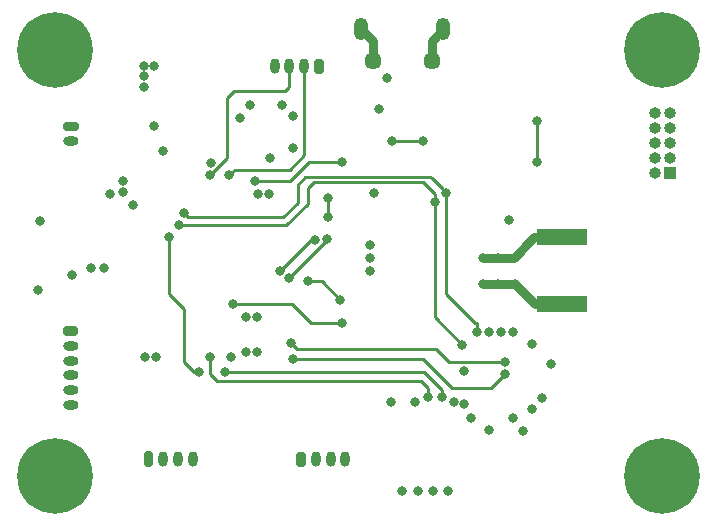
<source format=gbr>
%TF.GenerationSoftware,KiCad,Pcbnew,(5.1.10)-1*%
%TF.CreationDate,2021-11-27T13:57:11+01:00*%
%TF.ProjectId,SplashQuad,53706c61-7368-4517-9561-642e6b696361,rev?*%
%TF.SameCoordinates,Original*%
%TF.FileFunction,Copper,L4,Bot*%
%TF.FilePolarity,Positive*%
%FSLAX46Y46*%
G04 Gerber Fmt 4.6, Leading zero omitted, Abs format (unit mm)*
G04 Created by KiCad (PCBNEW (5.1.10)-1) date 2021-11-27 13:57:11*
%MOMM*%
%LPD*%
G01*
G04 APERTURE LIST*
%TA.AperFunction,ComponentPad*%
%ADD10C,0.800000*%
%TD*%
%TA.AperFunction,ComponentPad*%
%ADD11C,6.400000*%
%TD*%
%TA.AperFunction,SMDPad,CuDef*%
%ADD12R,4.200000X1.350000*%
%TD*%
%TA.AperFunction,ComponentPad*%
%ADD13O,0.800000X1.300000*%
%TD*%
%TA.AperFunction,ComponentPad*%
%ADD14O,1.300000X0.800000*%
%TD*%
%TA.AperFunction,ComponentPad*%
%ADD15O,1.000000X1.000000*%
%TD*%
%TA.AperFunction,ComponentPad*%
%ADD16R,1.000000X1.000000*%
%TD*%
%TA.AperFunction,ComponentPad*%
%ADD17O,1.200000X1.900000*%
%TD*%
%TA.AperFunction,ComponentPad*%
%ADD18C,1.450000*%
%TD*%
%TA.AperFunction,ViaPad*%
%ADD19C,0.800000*%
%TD*%
%TA.AperFunction,Conductor*%
%ADD20C,0.750000*%
%TD*%
%TA.AperFunction,Conductor*%
%ADD21C,0.250000*%
%TD*%
G04 APERTURE END LIST*
D10*
%TO.P,H4,1*%
%TO.N,GND*%
X187247056Y-82852944D03*
X185550000Y-82150000D03*
X183852944Y-82852944D03*
X183150000Y-84550000D03*
X183852944Y-86247056D03*
X185550000Y-86950000D03*
X187247056Y-86247056D03*
X187950000Y-84550000D03*
D11*
X185550000Y-84550000D03*
%TD*%
D10*
%TO.P,H3,1*%
%TO.N,GND*%
X187247056Y-118852944D03*
X185550000Y-118150000D03*
X183852944Y-118852944D03*
X183150000Y-120550000D03*
X183852944Y-122247056D03*
X185550000Y-122950000D03*
X187247056Y-122247056D03*
X187950000Y-120550000D03*
D11*
X185550000Y-120550000D03*
%TD*%
D10*
%TO.P,H2,1*%
%TO.N,GND*%
X135847056Y-118852944D03*
X134150000Y-118150000D03*
X132452944Y-118852944D03*
X131750000Y-120550000D03*
X132452944Y-122247056D03*
X134150000Y-122950000D03*
X135847056Y-122247056D03*
X136550000Y-120550000D03*
D11*
X134150000Y-120550000D03*
%TD*%
D10*
%TO.P,H1,1*%
%TO.N,GND*%
X135847056Y-82852944D03*
X134150000Y-82150000D03*
X132452944Y-82852944D03*
X131750000Y-84550000D03*
X132452944Y-86247056D03*
X134150000Y-86950000D03*
X135847056Y-86247056D03*
X136550000Y-84550000D03*
D11*
X134150000Y-84550000D03*
%TD*%
D12*
%TO.P,J8,2*%
%TO.N,GND*%
X177100000Y-100375000D03*
X177100000Y-106025000D03*
%TD*%
D13*
%TO.P,J7,4*%
%TO.N,+3V3*%
X152750000Y-85900000D03*
%TO.P,J7,3*%
%TO.N,UART3_RX*%
X154000000Y-85900000D03*
%TO.P,J7,2*%
%TO.N,UART3_TX*%
X155250000Y-85900000D03*
%TO.P,J7,1*%
%TO.N,GND*%
%TA.AperFunction,ComponentPad*%
G36*
G01*
X156900000Y-85450000D02*
X156900000Y-86350000D01*
G75*
G02*
X156700000Y-86550000I-200000J0D01*
G01*
X156300000Y-86550000D01*
G75*
G02*
X156100000Y-86350000I0J200000D01*
G01*
X156100000Y-85450000D01*
G75*
G02*
X156300000Y-85250000I200000J0D01*
G01*
X156700000Y-85250000D01*
G75*
G02*
X156900000Y-85450000I0J-200000D01*
G01*
G37*
%TD.AperFunction*%
%TD*%
%TO.P,J6,4*%
%TO.N,+3V3*%
X158750000Y-119175000D03*
%TO.P,J6,3*%
%TO.N,I2C3_SCL*%
X157500000Y-119175000D03*
%TO.P,J6,2*%
%TO.N,I2C3_SDA*%
X156250000Y-119175000D03*
%TO.P,J6,1*%
%TO.N,GND*%
%TA.AperFunction,ComponentPad*%
G36*
G01*
X154600000Y-119625000D02*
X154600000Y-118725000D01*
G75*
G02*
X154800000Y-118525000I200000J0D01*
G01*
X155200000Y-118525000D01*
G75*
G02*
X155400000Y-118725000I0J-200000D01*
G01*
X155400000Y-119625000D01*
G75*
G02*
X155200000Y-119825000I-200000J0D01*
G01*
X154800000Y-119825000D01*
G75*
G02*
X154600000Y-119625000I0J200000D01*
G01*
G37*
%TD.AperFunction*%
%TD*%
%TO.P,J5,4*%
%TO.N,+3V3*%
X145825000Y-119150000D03*
%TO.P,J5,3*%
%TO.N,GPIO2*%
X144575000Y-119150000D03*
%TO.P,J5,2*%
%TO.N,GPIO1*%
X143325000Y-119150000D03*
%TO.P,J5,1*%
%TO.N,GND*%
%TA.AperFunction,ComponentPad*%
G36*
G01*
X141675000Y-119600000D02*
X141675000Y-118700000D01*
G75*
G02*
X141875000Y-118500000I200000J0D01*
G01*
X142275000Y-118500000D01*
G75*
G02*
X142475000Y-118700000I0J-200000D01*
G01*
X142475000Y-119600000D01*
G75*
G02*
X142275000Y-119800000I-200000J0D01*
G01*
X141875000Y-119800000D01*
G75*
G02*
X141675000Y-119600000I0J200000D01*
G01*
G37*
%TD.AperFunction*%
%TD*%
D14*
%TO.P,J4,6*%
%TO.N,+3V3*%
X135500000Y-114550000D03*
%TO.P,J4,5*%
%TO.N,TIM2_CH4*%
X135500000Y-113300000D03*
%TO.P,J4,4*%
%TO.N,TIM2_CH3*%
X135500000Y-112050000D03*
%TO.P,J4,3*%
%TO.N,TIM2_CH2*%
X135500000Y-110800000D03*
%TO.P,J4,2*%
%TO.N,TIM2_CH1*%
X135500000Y-109550000D03*
%TO.P,J4,1*%
%TO.N,GND*%
%TA.AperFunction,ComponentPad*%
G36*
G01*
X135050000Y-107900000D02*
X135950000Y-107900000D01*
G75*
G02*
X136150000Y-108100000I0J-200000D01*
G01*
X136150000Y-108500000D01*
G75*
G02*
X135950000Y-108700000I-200000J0D01*
G01*
X135050000Y-108700000D01*
G75*
G02*
X134850000Y-108500000I0J200000D01*
G01*
X134850000Y-108100000D01*
G75*
G02*
X135050000Y-107900000I200000J0D01*
G01*
G37*
%TD.AperFunction*%
%TD*%
%TO.P,J3,2*%
%TO.N,VDD*%
X135525000Y-92225000D03*
%TO.P,J3,1*%
%TO.N,GND*%
%TA.AperFunction,ComponentPad*%
G36*
G01*
X135075000Y-90575000D02*
X135975000Y-90575000D01*
G75*
G02*
X136175000Y-90775000I0J-200000D01*
G01*
X136175000Y-91175000D01*
G75*
G02*
X135975000Y-91375000I-200000J0D01*
G01*
X135075000Y-91375000D01*
G75*
G02*
X134875000Y-91175000I0J200000D01*
G01*
X134875000Y-90775000D01*
G75*
G02*
X135075000Y-90575000I200000J0D01*
G01*
G37*
%TD.AperFunction*%
%TD*%
D15*
%TO.P,J2,10*%
%TO.N,NRST*%
X184930000Y-89820000D03*
%TO.P,J2,9*%
%TO.N,GND*%
X186200000Y-89820000D03*
%TO.P,J2,8*%
%TO.N,Net-(J2-Pad8)*%
X184930000Y-91090000D03*
%TO.P,J2,7*%
%TO.N,Net-(J2-Pad7)*%
X186200000Y-91090000D03*
%TO.P,J2,6*%
%TO.N,Net-(J2-Pad6)*%
X184930000Y-92360000D03*
%TO.P,J2,5*%
%TO.N,GND*%
X186200000Y-92360000D03*
%TO.P,J2,4*%
%TO.N,SWDIO*%
X184930000Y-93630000D03*
%TO.P,J2,3*%
%TO.N,GND*%
X186200000Y-93630000D03*
%TO.P,J2,2*%
%TO.N,SWCLK*%
X184930000Y-94900000D03*
D16*
%TO.P,J2,1*%
%TO.N,+3V3*%
X186200000Y-94900000D03*
%TD*%
D17*
%TO.P,J1,6*%
%TO.N,Net-(J1-Pad6)*%
X160050000Y-82712500D03*
X167050000Y-82712500D03*
D18*
X161050000Y-85412500D03*
X166050000Y-85412500D03*
%TD*%
D19*
%TO.N,GND*%
X172625000Y-98900000D03*
X176150000Y-111075000D03*
X142521940Y-90954860D03*
X154325000Y-92800000D03*
X153350000Y-89125000D03*
X149825000Y-90250000D03*
X168800000Y-111700000D03*
X175375000Y-114000000D03*
X172925000Y-115700000D03*
X174550000Y-114875000D03*
X169375000Y-115700000D03*
X171900000Y-108400000D03*
X172900000Y-108400000D03*
X170900000Y-108400000D03*
X174550000Y-109400000D03*
X150300000Y-110075000D03*
X151300000Y-110075000D03*
X149050000Y-110500000D03*
X152300000Y-96725000D03*
X139950000Y-95600000D03*
X135575000Y-103550000D03*
X138825000Y-96725000D03*
X141675000Y-87650000D03*
X161625000Y-89500000D03*
X162250000Y-86850000D03*
X163575000Y-121825000D03*
X164875000Y-121825000D03*
X166125000Y-121825000D03*
X167425000Y-121825000D03*
X132850000Y-98950000D03*
X137250000Y-103000000D03*
X138350000Y-103000000D03*
X141750000Y-110500000D03*
X161150000Y-96650000D03*
X170400000Y-104300000D03*
X170400000Y-102100000D03*
X173100000Y-104300000D03*
X173000000Y-102100000D03*
X171700000Y-104300000D03*
X171700000Y-102100000D03*
X174050000Y-105250000D03*
X174000000Y-101100000D03*
%TO.N,+3V3*%
X143300000Y-93100000D03*
X147400000Y-94050000D03*
X152400000Y-93625000D03*
X154325000Y-90075000D03*
X150650000Y-89125000D03*
X168800000Y-114475000D03*
X167975000Y-114275000D03*
X164675000Y-114275000D03*
X162575000Y-114275000D03*
X173800000Y-116800000D03*
X170900000Y-116700000D03*
X151350000Y-96725000D03*
X139950000Y-96550000D03*
X150300000Y-107150000D03*
X151300000Y-107150000D03*
X140775000Y-97625000D03*
X141675000Y-86700000D03*
X142575000Y-85825000D03*
X141675000Y-85825000D03*
X132700000Y-104850000D03*
X142700000Y-110500000D03*
X160800000Y-103200000D03*
X160800000Y-102100000D03*
X160800000Y-101000000D03*
%TO.N,NRST*%
X149250000Y-106000000D03*
X158500000Y-107600000D03*
X174950000Y-93975000D03*
X174950000Y-90500000D03*
%TO.N,SWDIO*%
X162700000Y-92250000D03*
X165325000Y-92250000D03*
%TO.N,SWCLK*%
X158450000Y-93975000D03*
X151100000Y-95575000D03*
%TO.N,UART3_TX*%
X148900000Y-95125000D03*
%TO.N,UART3_RX*%
X147250000Y-95125000D03*
%TO.N,BOOT1*%
X165700000Y-113850000D03*
X147300000Y-110500000D03*
%TO.N,BOOT0*%
X166950000Y-113900000D03*
X148550000Y-111750000D03*
X146350000Y-111750000D03*
X143850000Y-100350000D03*
%TO.N,I2C1_SCL*%
X167300000Y-96600000D03*
X145100000Y-98350000D03*
X169850000Y-108400000D03*
%TO.N,I2C1_SDA*%
X144700000Y-99350000D03*
X166350000Y-97350000D03*
X168650000Y-109450000D03*
%TO.N,UART1_TX*%
X157250000Y-97050000D03*
X157250000Y-98650000D03*
%TO.N,GPS_nRST*%
X155600000Y-104100000D03*
X158300000Y-105650000D03*
%TO.N,GPS_INT*%
X153950000Y-103800000D03*
X157150000Y-100550000D03*
%TO.N,GPS_PPS*%
X153217638Y-103225001D03*
X156166942Y-100616942D03*
%TO.N,BNO_INT*%
X172250000Y-110900000D03*
X154150000Y-109350000D03*
%TO.N,BNO_nRST*%
X154350000Y-110650000D03*
X172250000Y-111950000D03*
%TD*%
D20*
%TO.N,GND*%
X177100000Y-106025000D02*
X174825000Y-106025000D01*
X173100000Y-104300000D02*
X170400000Y-104300000D01*
X174825000Y-106025000D02*
X173100000Y-104300000D01*
X177100000Y-100375000D02*
X174725000Y-100375000D01*
X174725000Y-100375000D02*
X173000000Y-102100000D01*
X173000000Y-102100000D02*
X170400000Y-102100000D01*
%TO.N,Net-(J1-Pad6)*%
X161050000Y-83712500D02*
X160050000Y-82712500D01*
X161050000Y-85412500D02*
X161050000Y-83712500D01*
X166050000Y-83712500D02*
X167050000Y-82712500D01*
X166050000Y-85412500D02*
X166050000Y-83712500D01*
D21*
%TO.N,NRST*%
X149250000Y-106000000D02*
X154000000Y-106000000D01*
X154000000Y-106000000D02*
X154200000Y-106000000D01*
X155800000Y-107600000D02*
X158500000Y-107600000D01*
X154200000Y-106000000D02*
X155800000Y-107600000D01*
X174950000Y-93975000D02*
X174950000Y-90950000D01*
X174950000Y-90950000D02*
X174950000Y-90500000D01*
%TO.N,SWDIO*%
X162700000Y-92250000D02*
X165325000Y-92250000D01*
%TO.N,SWCLK*%
X158450000Y-93975000D02*
X155700000Y-93975000D01*
X155700000Y-93975000D02*
X154100000Y-95575000D01*
X154100000Y-95575000D02*
X151100000Y-95575000D01*
%TO.N,UART3_TX*%
X148900000Y-95125000D02*
X149375000Y-94650000D01*
X149375000Y-94650000D02*
X154025000Y-94650000D01*
X154025000Y-94650000D02*
X155250000Y-93425000D01*
X155250000Y-93425000D02*
X155250000Y-85900000D01*
%TO.N,UART3_RX*%
X154000000Y-87625000D02*
X154000000Y-85900000D01*
X153650000Y-87975000D02*
X154000000Y-87625000D01*
X149325000Y-87975000D02*
X153650000Y-87975000D01*
X148700000Y-93675000D02*
X148700000Y-88600000D01*
X148700000Y-88600000D02*
X149325000Y-87975000D01*
X147250000Y-95125000D02*
X148700000Y-93675000D01*
%TO.N,BOOT1*%
X165700000Y-113100000D02*
X165700000Y-113850000D01*
X165150000Y-112550000D02*
X165700000Y-113100000D01*
X147900000Y-112550000D02*
X165150000Y-112550000D01*
X147300000Y-111950000D02*
X147900000Y-112550000D01*
X147300000Y-110500000D02*
X147300000Y-111950000D01*
%TO.N,BOOT0*%
X165365685Y-111750000D02*
X151850000Y-111750000D01*
X166950000Y-113334315D02*
X165365685Y-111750000D01*
X166950000Y-113900000D02*
X166950000Y-113334315D01*
X151850000Y-111750000D02*
X148550000Y-111750000D01*
X146350000Y-111750000D02*
X145950000Y-111750000D01*
X145950000Y-111750000D02*
X145100000Y-110900000D01*
X145100000Y-110900000D02*
X145100000Y-106450000D01*
X143850000Y-105200000D02*
X143850000Y-100350000D01*
X145100000Y-106450000D02*
X143850000Y-105200000D01*
%TO.N,I2C1_SCL*%
X167300000Y-96600000D02*
X166900001Y-96200001D01*
X166900001Y-96200001D02*
X166050000Y-95350000D01*
X166050000Y-95350000D02*
X165950000Y-95250000D01*
X165950000Y-95250000D02*
X155350000Y-95250000D01*
X155350000Y-95250000D02*
X154700000Y-95900000D01*
X154700000Y-95900000D02*
X154700000Y-97450000D01*
X154700000Y-97450000D02*
X153500000Y-98650000D01*
X145400000Y-98650000D02*
X145100000Y-98350000D01*
X153500000Y-98650000D02*
X145400000Y-98650000D01*
X169850000Y-108400000D02*
X169850000Y-107600000D01*
X169850000Y-107600000D02*
X169750000Y-107600000D01*
X167300000Y-105150000D02*
X167300000Y-96600000D01*
X169750000Y-107600000D02*
X167300000Y-105150000D01*
%TO.N,I2C1_SDA*%
X144700000Y-99350000D02*
X153294988Y-99350000D01*
X153294988Y-99350000D02*
X153750000Y-99350000D01*
X153750000Y-99350000D02*
X155550000Y-97550000D01*
X155550000Y-97550000D02*
X155550000Y-96200000D01*
X155550000Y-96200000D02*
X156050000Y-95700000D01*
X156050000Y-95700000D02*
X165350000Y-95700000D01*
X166350000Y-96700000D02*
X166350000Y-97350000D01*
X165350000Y-95700000D02*
X166350000Y-96700000D01*
X166350000Y-107150000D02*
X168650000Y-109450000D01*
X166350000Y-97350000D02*
X166350000Y-107150000D01*
%TO.N,UART1_TX*%
X157250000Y-97050000D02*
X157250000Y-98650000D01*
%TO.N,GPS_nRST*%
X156750000Y-104100000D02*
X158300000Y-105650000D01*
X155600000Y-104100000D02*
X156750000Y-104100000D01*
%TO.N,GPS_INT*%
X157150000Y-100600000D02*
X157150000Y-100550000D01*
X153950000Y-103800000D02*
X157150000Y-100600000D01*
%TO.N,GPS_PPS*%
X155825697Y-100616942D02*
X156166942Y-100616942D01*
X153217638Y-103225001D02*
X155825697Y-100616942D01*
%TO.N,BNO_INT*%
X172250000Y-110900000D02*
X171250000Y-110900000D01*
X171250000Y-110900000D02*
X167500000Y-110900000D01*
X167500000Y-110900000D02*
X166450000Y-109850000D01*
X154650000Y-109850000D02*
X154150000Y-109350000D01*
X166450000Y-109850000D02*
X154650000Y-109850000D01*
%TO.N,BNO_nRST*%
X154350000Y-110650000D02*
X165350000Y-110650000D01*
X165350000Y-110650000D02*
X167800000Y-113100000D01*
X171100000Y-113100000D02*
X172250000Y-111950000D01*
X167800000Y-113100000D02*
X171100000Y-113100000D01*
%TD*%
M02*

</source>
